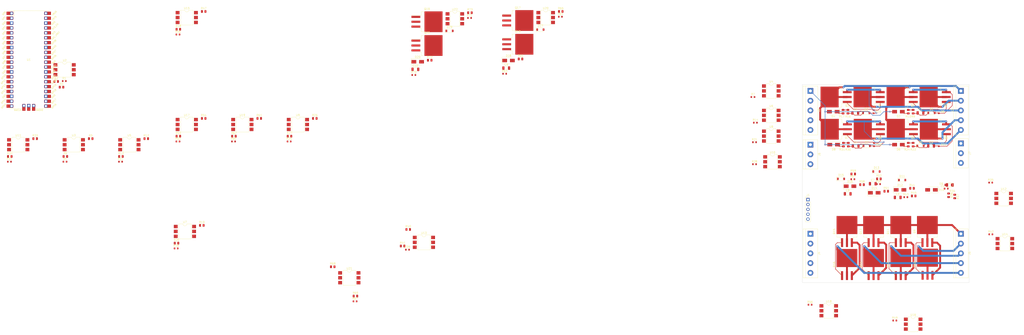
<source format=kicad_pcb>
(kicad_pcb (version 20211014) (generator pcbnew)
  (layers (0 "F.Cu" signal) (31 "B.Cu" signal) (34 "B.Paste" user) (35 "F.Paste" user) (36 "B.SilkS" user "B.Silkscreen") (37 "F.SilkS" user "F.Silkscreen") (38 "B.Mask" user) (39 "F.Mask" user) (44 "Edge.Cuts" user))
  (net 0 "")
  (net 1 "Net-(C2-Pad1)")
  (net 2 "Net-(C2-Pad2)")
  (net 3 "Net-(D4-Pad1)")
  (net 4 "GND")
  (net 5 "+5V")
  (net 6 "Net-(C3-Pad1)")
  (net 7 "Net-(C3-Pad2)")
  (net 8 "Net-(Q1-Pad1)")
  (net 9 "Net-(Q3-Pad1)")
  (net 10 "Net-(R1-Pad1)")
  (net 11 "Net-(C1-Pad1)")
  (net 12 "Net-(C4-Pad1)")
  (net 13 "Net-(C1-Pad2)")
  (net 14 "Net-(C4-Pad2)")
  (net 15 "+3V3")
  (net 16 "Net-(C5-Pad1)")
  (net 17 "Net-(J1-Pad3)")
  (net 18 "Net-(R2-Pad2)")
  (net 19 "Net-(C5-Pad2)")
  (net 20 "Net-(R10-Pad2)")
  (net 21 "Net-(C6-Pad1)")
  (net 22 "Net-(R13-Pad2)")
  (net 33 "Net-(J1-Pad4)")
  (net 34 "Net-(C6-Pad2)")
  (net 35 "Net-(C7-Pad1)")
  (net 36 "Net-(C7-Pad2)")
  (net 37 "Net-(C8-Pad1)")
  (net 38 "Net-(C8-Pad2)")
  (net 39 "Net-(C9-Pad1)")
  (net 40 "Net-(C9-Pad2)")
  (net 41 "Net-(C10-Pad1)")
  (net 42 "Net-(C10-Pad2)")
  (net 46 "Net-(D2-Pad1)")
  (net 47 "Net-(R12-Pad2)")
  (net 48 "/Input 1/NEUT")
  (net 56 "Net-(D6-Pad1)")
  (net 58 "Net-(D8-Pad1)")
  (net 59 "Net-(D10-Pad1)")
  (net 61 "/Input 5/NEUT")
  (net 63 "Net-(D12-Pad1)")
  (net 64 "Net-(D14-Pad1)")
  (net 65 "Net-(D16-Pad1)")
  (net 66 "Net-(D18-Pad1)")
  (net 69 "/Input 10/NEUT")
  (net 70 "Net-(D20-Pad1)")
  (net 71 "/Input 1/INPUT")
  (net 73 "/Input 2/INPUT")
  (net 74 "/Input 3/INPUT")
  (net 75 "/Input 4/INPUT")
  (net 76 "Net-(J1-Pad5)")
  (net 77 "/Output 1/OUTPUT")
  (net 78 "/Output 2/OUTPUT")
  (net 79 "/Output 1/LINE")
  (net 80 "/Output 3/OUTPUT")
  (net 81 "/Output 4/OUTPUT")
  (net 82 "/Input 5/INPUT")
  (net 83 "/Input 6/INPUT")
  (net 84 "/Input 7/INPUT")
  (net 85 "/Input 8/INPUT")
  (net 86 "/Output 5/OUTPUT")
  (net 87 "/Output 7/OUTPUT")
  (net 88 "/Output 5/LINE")
  (net 89 "/Output 6/OUTPUT")
  (net 90 "/Output 8/OUTPUT")
  (net 91 "/Input 9/INPUT")
  (net 92 "/Input 10/INPUT")
  (net 93 "/Output 10/LINE")
  (net 94 "/Output 9/OUTPUT")
  (net 95 "/Output 10/OUTPUT")
  (net 96 "Net-(Q5-Pad1)")
  (net 97 "Net-(Q7-Pad1)")
  (net 98 "Net-(Q10-Pad1)")
  (net 99 "Net-(Q11-Pad1)")
  (net 100 "Net-(Q13-Pad1)")
  (net 101 "Net-(Q15-Pad1)")
  (net 102 "Net-(Q17-Pad1)")
  (net 103 "Net-(Q19-Pad1)")
  (net 104 "Net-(R3-Pad2)")
  (net 105 "/Input 1/RPI")
  (net 106 "Net-(R5-Pad2)")
  (net 107 "Net-(R6-Pad2)")
  (net 108 "Net-(R7-Pad1)")
  (net 109 "/Output 1/RPI")
  (net 110 "/Input 2/RPI")
  (net 111 "Net-(R14-Pad1)")
  (net 112 "/Output 2/RPI")
  (net 113 "Net-(R16-Pad1)")
  (net 114 "/Input 3/RPI")
  (net 115 "Net-(R19-Pad2)")
  (net 116 "Net-(R20-Pad2)")
  (net 117 "Net-(R21-Pad1)")
  (net 118 "/Output 3/RPI")
  (net 119 "Net-(R23-Pad1)")
  (net 120 "/Input 4/RPI")
  (net 121 "Net-(R26-Pad2)")
  (net 122 "Net-(R27-Pad2)")
  (net 123 "Net-(R28-Pad1)")
  (net 124 "/Output 4/RPI")
  (net 125 "Net-(R30-Pad1)")
  (net 126 "/Input 5/RPI")
  (net 127 "Net-(R33-Pad2)")
  (net 128 "Net-(R34-Pad2)")
  (net 129 "Net-(R35-Pad1)")
  (net 130 "/Output 5/RPI")
  (net 131 "Net-(R37-Pad1)")
  (net 132 "/Input 6/RPI")
  (net 133 "Net-(R40-Pad2)")
  (net 134 "Net-(R41-Pad2)")
  (net 135 "Net-(R42-Pad1)")
  (net 136 "/Output 7/RPI")
  (net 137 "Net-(R44-Pad1)")
  (net 138 "/Input 7/RPI")
  (net 139 "Net-(R47-Pad2)")
  (net 140 "Net-(R48-Pad2)")
  (net 141 "Net-(R49-Pad1)")
  (net 142 "/Output 6/RPI")
  (net 143 "Net-(R51-Pad1)")
  (net 144 "/Input 8/RPI")
  (net 145 "Net-(R54-Pad2)")
  (net 146 "Net-(R55-Pad2)")
  (net 147 "Net-(R56-Pad1)")
  (net 148 "/Output 8/RPI")
  (net 149 "Net-(R58-Pad1)")
  (net 150 "/Input 9/RPI")
  (net 151 "Net-(R61-Pad2)")
  (net 152 "Net-(R62-Pad2)")
  (net 153 "Net-(R63-Pad1)")
  (net 154 "/Output 9/RPI")
  (net 155 "Net-(R65-Pad1)")
  (net 156 "/Input 10/RPI")
  (net 157 "Net-(R68-Pad2)")
  (net 158 "Net-(R69-Pad2)")
  (net 159 "Net-(R70-Pad1)")
  (net 160 "/Output 10/RPI")
  (net 161 "Net-(R72-Pad1)")
  (footprint "Resistor_SMD:R_0805_2012Metric" (layer "F.Cu") (at 126.365 96.52)
    (fp_text reference "R59")
    (fp_text value "33KΩ/0.5W")
  )
  (footprint "Package_TO_SOT_SMD:TO-263-3_TabPin2" (layer "F.Cu") (at 123.12 126.45 90)
    (fp_text reference "Q15")
    (fp_text value "IRF830")
  )
  (footprint "Diode_SMD:D_SOD-123" (layer "F.Cu") (at 138.43 95.25)
    (fp_text reference "D13")
    (fp_text value "10V/0.4W")
  )
  (footprint "Resistor_SMD:R_0805_2012Metric" (layer "F.Cu") (at -182.015 67.64)
    (fp_text reference "R61")
    (fp_text value "33KΩ/0.5W")
  )
  (footprint "Diode_SMD:D_SMA" (layer "F.Cu") (at 149.86 64.135 180)
    (fp_text reference "D2")
    (fp_text value "1N4007")
  )
  (footprint "Resistor_SMD:R_0603_1608Metric" (layer "F.Cu") (at 74.295 56.515)
    (fp_text reference "R7")
    (fp_text value "330Ω")
  )
  (footprint "Resistor_SMD:R_0805_2012Metric" (layer "F.Cu") (at 154.94 81.28 90)
    (fp_text reference "R24")
    (fp_text value "33KΩ/0.5W")
  )
  (footprint "Resistor_SMD:R_0805_2012Metric" (layer "F.Cu") (at -287.445 48.43)
    (fp_text reference "R2")
    (fp_text value "33KΩ/0.5W")
  )
  (footprint "TerminalBlock:TerminalBlock_bornier-3_P5.08mm" (layer "F.Cu") (at 182.245 80.645 -90)
    (fp_text reference "J7")
    (fp_text value "Screw_Terminal_01x03")
  )
  (footprint "Capacitor_SMD:C_1206_3216Metric" (layer "F.Cu") (at 136.525 101.6)
    (fp_text reference "C7")
    (fp_text value "2.2uF/63V")
  )
  (footprint "Resistor_SMD:R_0603_1608Metric" (layer "F.Cu") (at -132.28 162.75)
    (fp_text reference "R67")
    (fp_text value "10KΩ")
  )
  (footprint "Capacitor_SMD:C_1206_3216Metric" (layer "F.Cu") (at 176.53 102.235 180)
    (fp_text reference "C5")
    (fp_text value "2.2uF/63V")
  )
  (footprint "Diode_SMD:D_SOD-123" (layer "F.Cu") (at 175.895 102.235 180)
    (fp_text reference "D9")
    (fp_text value "10V/0.4W")
  )
  (footprint "Resistor_SMD:R_0805_2012Metric" (layer "F.Cu") (at -311.525 87.41)
    (fp_text reference "R34")
    (fp_text value "33KΩ/0.5W")
  )
  (footprint "Package_DIP:SMDIP-6_W9.53mm" (layer "F.Cu") (at -278.305 81.31)
    (fp_text reference "U3")
    (fp_text value "H11AA1")
  )
  (footprint "Resistor_SMD:R_0603_1608Metric" (layer "F.Cu") (at 75.565 69.85)
    (fp_text reference "R14")
    (fp_text value "330Ω")
  )
  (footprint "Diode_SMD:D_SMA" (layer "F.Cu") (at 150.66 104.775)
    (fp_text reference "D12")
    (fp_text value "1N4007")
  )
  (footprint "Resistor_SMD:R_0805_2012Metric" (layer "F.Cu") (at 179.07 108.2275 -90)
    (fp_text reference "R37")
    (fp_text value "33KΩ/0.5W")
  )
  (footprint "Resistor_SMD:R_0603_1608Metric" (layer "F.Cu") (at -25.675 14.76)
    (fp_text reference "R64")
    (fp_text value "22KΩ")
  )
  (footprint "Resistor_SMD:R_0603_1608Metric" (layer "F.Cu") (at 197.745 101.01)
    (fp_text reference "R35")
    (fp_text value "330Ω")
  )
  (footprint "Resistor_SMD:R_0805_2012Metric" (layer "F.Cu") (at -224.015 76.89)
    (fp_text reference "R55")
    (fp_text value "33KΩ/0.5W")
  )
  (footprint "Resistor_SMD:R_0805_2012Metric" (layer "F.Cu") (at -46.365 36.73)
    (fp_text reference "R65")
    (fp_text value "33KΩ/0.5W")
  )
  (footprint "Package_TO_SOT_SMD:TO-263-3_TabPin2" (layer "F.Cu") (at 151.06 143.595 90)
    (fp_text reference "Q12")
    (fp_text value "IRF830")
  )
  (footprint "Resistor_SMD:R_0805_2012Metric" (layer "F.Cu") (at 139.7 99.06)
    (fp_text reference "R52")
    (fp_text value "33KΩ/0.5W")
  )
  (footprint "Capacitor_SMD:C_1206_3216Metric" (layer "F.Cu") (at 127.43 64.77)
    (fp_text reference "C2")
    (fp_text value "2.2uF/63V")
  )
  (footprint "Resistor_SMD:R_0603_1608Metric" (layer "F.Cu") (at -101.77 45.06)
    (fp_text reference "R70")
    (fp_text value "330Ω")
  )
  (footprint "Resistor_SMD:R_0805_2012Metric" (layer "F.Cu") (at -210.865 12.03)
    (fp_text reference "R47")
    (fp_text value "33KΩ/0.5W")
  )
  (footprint "Package_DIP:SMDIP-6_W9.53mm" (layer "F.Cu") (at -283.075 42.33)
    (fp_text reference "U2")
    (fp_text value "H11AA1")
  )
  (footprint "Resistor_SMD:R_0603_1608Metric" (layer "F.Cu") (at 197.82 127.915)
    (fp_text reference "R42")
    (fp_text value "330Ω")
  )
  (footprint "Capacitor_SMD:C_1206_3216Metric" (layer "F.Cu") (at 149.46 108.725)
    (fp_text reference "C6")
    (fp_text value "2.2uF/63V")
  )
  (footprint "Resistor_SMD:R_0603_1608Metric" (layer "F.Cu") (at 126.165 99.25)
    (fp_text reference "R57")
    (fp_text value "22KΩ")
  )
  (footprint "Package_DIP:SMDIP-6_W7.62mm" (layer "F.Cu") (at 205.105 132.715)
    (fp_text reference "U14")
    (fp_text value "4N35")
  )
  (footprint "Resistor_SMD:R_0805_2012Metric" (layer "F.Cu") (at -211.825 123.25)
    (fp_text reference "R19")
    (fp_text value "33KΩ/0.5W")
  )
  (footprint "Resistor_SMD:R_0805_2012Metric" (layer "F.Cu") (at -104.68 125.375)
    (fp_text reference "R40")
    (fp_text value "33KΩ/0.5W")
  )
  (footprint "Package_DIP:SMDIP-6_W9.53mm" (layer "F.Cu") (at -249.455 81.31)
    (fp_text reference "U5")
    (fp_text value "H11AA1")
  )
  (footprint "Package_DIP:SMDIP-6_W9.53mm" (layer "F.Cu") (at -135.255 150.495)
    (fp_text reference "U21")
    (fp_text value "H11AA1")
  )
  (footprint "Resistor_SMD:R_0805_2012Metric" (layer "F.Cu") (at 156.89 103.975)
    (fp_text reference "R44")
    (fp_text value "33KΩ/0.5W")
  )
  (footprint "Connector_PinHeader_2.54mm:PinHeader_1x05_P2.54mm_Vertical" (layer "F.Cu") (at 102.87 109.855)
    (fp_text reference "J1")
    (fp_text value "Conn_01x05_Male")
  )
  (footprint "Package_DIP:SMDIP-6_W7.62mm" (layer "F.Cu") (at 113.665 167.64)
    (fp_text reference "U18")
    (fp_text value "4N35")
  )
  (footprint "Package_DIP:SMDIP-6_W9.53mm" (layer "F.Cu") (at -96.52 132.08)
    (fp_text reference "U13")
    (fp_text value "H11AA1")
  )
  (footprint "Diode_SMD:D_SMA" (layer "F.Cu") (at 137.285 106.3)
    (fp_text reference "D14")
    (fp_text value "1N4007")
  )
  (footprint "Resistor_SMD:R_0805_2012Metric" (layer "F.Cu") (at -298.375 78.16)
    (fp_text reference "R33")
    (fp_text value "33KΩ/0.5W")
  )
  (footprint "MCU_RaspberryPi_and_Boards:RPi_Pico_SMD_TH" (layer "F.Cu") (at -301.69 37.115)
    (fp_text reference "U1")
    (fp_text value "Pico")
  )
  (footprint "Package_TO_SOT_SMD:TO-263-3_TabPin2" (layer "F.Cu") (at -47.775 29.08)
    (fp_text reference "Q18")
    (fp_text value "IRF830")
  )
  (footprint "Resistor_SMD:R_0805_2012Metric" (layer "F.Cu") (at 130.93 102.09)
    (fp_text reference "R58")
    (fp_text value "33KΩ/0.5W")
  )
  (footprint "Resistor_SMD:R_0805_2012Metric" (layer "F.Cu") (at -153.165 67.64)
    (fp_text reference "R26")
    (fp_text value "33KΩ/0.5W")
  )
  (footprint "Package_DIP:SMDIP-6_W7.62mm" (layer "F.Cu") (at 84.455 90.17)
    (fp_text reference "U10")
    (fp_text value "4N35")
  )
  (footprint "Package_TO_SOT_SMD:TO-263-3_TabPin2" (layer "F.Cu") (at -94.93 29.73)
    (fp_text reference "Q20")
    (fp_text value "IRF830")
  )
  (footprint "Resistor_SMD:R_0603_1608Metric" (layer "F.Cu") (at -283.235 48.21)
    (fp_text reference "R1")
    (fp_text value "10KΩ")
  )
  (footprint "Resistor_SMD:R_0805_2012Metric" (layer "F.Cu") (at -282.675 87.41)
    (fp_text reference "R6")
    (fp_text value "33KΩ/0.5W")
  )
  (footprint "Package_DIP:SMDIP-6_W9.53mm" (layer "F.Cu") (at -219.645 15.18)
    (fp_text reference "U15")
    (fp_text value "H11AA1")
  )
  (footprint "Package_TO_SOT_SMD:TO-263-3_TabPin2" (layer "F.Cu") (at 136.925 126.45 90)
    (fp_text reference "Q13")
    (fp_text value "IRF830")
  )
  (footprint "Diode_SMD:D_SOD-123" (layer "F.Cu") (at 167.005 64.77)
    (fp_text reference "D1")
    (fp_text value "10V/0.4W")
  )
  (footprint "Diode_SMD:D_SMA" (layer "F.Cu") (at 116 64.135 180)
    (fp_text reference "D4")
    (fp_text value "1N4007")
  )
  (footprint "Resistor_SMD:R_0603_1608Metric" (layer "F.Cu") (at 139.5 101.79)
    (fp_text reference "R50")
    (fp_text value "22KΩ")
  )
  (footprint "Resistor_SMD:R_0603_1608Metric" (layer "F.Cu") (at -282.875 90.14)
    (fp_text reference "R4")
    (fp_text value "10KΩ")
  )
  (footprint "Resistor_SMD:R_0603_1608Metric" (layer "F.Cu") (at -105.0525 135.89)
    (fp_text reference "R39")
    (fp_text value "10KΩ")
  )
  (footprint "Diode_SMD:D_SOD-123" (layer "F.Cu") (at 161.29 81.915)
    (fp_text reference "D5")
    (fp_text value "10V/0.4W")
  )
  (footprint "Capacitor_SMD:C_1206_3216Metric" (layer "F.Cu") (at 161.29 64.77)
    (fp_text reference "C1")
    (fp_text value "2.2uF/63V")
  )
  (footprint "Package_TO_SOT_SMD:TO-263-3_TabPin2" (layer "F.Cu") (at 151.765 56.515 180)
    (fp_text reference "Q1")
    (fp_text value "IRF830")
  )
  (footprint "Package_TO_SOT_SMD:TO-263-3_TabPin2" (layer "F.Cu") (at -47.775 16.73)
    (fp_text reference "Q17")
    (fp_text value "IRF830")
  )
  (footprint "Capacitor_SMD:C_1206_3216Metric" (layer "F.Cu") (at 166.8 81.915)
    (fp_text reference "C3")
    (fp_text value "2.2uF/63V")
  )
  (footprint "Resistor_SMD:R_0805_2012Metric" (layer "F.Cu") (at -240.675 78.16)
    (fp_text reference "R12")
    (fp_text value "33KΩ/0.5W")
  )
  (footprint "Resistor_SMD:R_0603_1608Metric" (layer "F.Cu") (at -311.725 90.14)
    (fp_text reference "R32")
    (fp_text value "10KΩ")
  )
  (footprint "Resistor_SMD:R_0805_2012Metric" (layer "F.Cu") (at -195.165 76.89)
    (fp_text reference "R62")
    (fp_text value "33KΩ/0.5W")
  )
  (footprint "Resistor_SMD:R_0603_1608Metric" (layer "F.Cu") (at -224.215 24.01)
    (fp_text reference "R46")
    (fp_text value "10KΩ")
  )
  (footprint "Resistor_SMD:R_0603_1608Metric" (layer "F.Cu") (at 136.955 64.135 -90)
    (fp_text reference "R15")
    (fp_text value "22KΩ")
  )
  (footprint "TerminalBlock:TerminalBlock_bornier-5_P5.08mm" (layer "F.Cu") (at 182.245 53.34 -90)
    (fp_text reference "J3")
    (fp_text value "Screw_Terminal_01x05")
  )
  (footprint "Package_DIP:SMDIP-6_W7.62mm" (layer "F.Cu") (at 83.82 53.34)
    (fp_text reference "U4")
    (fp_text value "4N35")
  )
  (footprint "Resistor_SMD:R_0805_2012Metric" (layer "F.Cu") (at -269.525 78.16)
    (fp_text reference "R5")
    (fp_text value "33KΩ/0.5W")
  )
  (footprint "Resistor_SMD:R_0603_1608Metric" (layer "F.Cu") (at 137.16 81.28 -90)
    (fp_text reference "R29")
    (fp_text value "22KΩ")
  )
  (footprint "Capacitor_SMD:C_1206_3216Metric" (layer "F.Cu") (at 123.5 106.84)
    (fp_text reference "C8")
    (fp_text value "2.2uF/63V")
  )
  (footprint "Resistor_SMD:R_0805_2012Metric" (layer "F.Cu") (at 121.285 81.28 90)
    (fp_text reference "R31")
    (fp_text value "33KΩ/0.5W")
  )
  (footprint "Diode_SMD:D_SMA" (layer "F.Cu") (at -52.595 37.53)
    (fp_text reference "D18")
    (fp_text value "1N4007")
  )
  (footprint "Package_TO_SOT_SMD:TO-263-3_TabPin2" (layer "F.Cu") (at 123.12 143.595 90)
    (fp_text reference "Q16")
    (fp_text value "IRF830")
  )
  (footprint "Resistor_SMD:R_0805_2012Metric" (layer "F.Cu") (at -224.015 21.28)
    (fp_text reference "R48")
    (fp_text value "33KΩ/0.5W")
  )
  (footprint "Resistor_SMD:R_0603_1608Metric" (layer "F.Cu") (at -195.365 79.62)
    (fp_text reference "R60")
    (fp_text value "10KΩ")
  )
  (footprint "Package_TO_SOT_SMD:TO-263-3_TabPin2" (layer "F.Cu") (at 151.85 73.26 180)
    (fp_text reference "Q5")
    (fp_text value "IRF830")
  )
  (footprint "Package_DIP:SMDIP-6_W9.53mm" (layer "F.Cu") (at -220.605 126.4)
    (fp_text reference "U7")
    (fp_text value "H11AA1")
  )
  (footprint "Package_DIP:SMDIP-6_W9.53mm" (layer "F.Cu") (at -161.945 70.79)
    (fp_text reference "U9")
    (fp_text value "H11AA1")
  )
  (footprint "Capacitor_SMD:C_1206_3216Metric" (layer "F.Cu") (at -53.795 41.48)
    (fp_text reference "C9")
    (fp_text value "2.2uF/63V")
  )
  (footprint "Package_DIP:SMDIP-6_W7.62mm" (layer "F.Cu") (at -33.305 15.18)
    (fp_text reference "U20")
    (fp_text value "4N35")
  )
  (footprint "TerminalBlock:TerminalBlock_bornier-5_P5.08mm" (layer "F.Cu") (at 182.245 127.635 -90)
    (fp_text reference "J5")
    (fp_text value "Screw_Terminal_01x05")
  )
  (footprint "Diode_SMD:D_SOD-123" (layer "F.Cu") (at 133.35 81.915)
    (fp_text reference "D7")
    (fp_text value "10V/0.4W")
  )
  (footprint "Package_TO_SOT_SMD:TO-263-3_TabPin2" (layer "F.Cu") (at 168.995 73.26 180)
    (fp_text reference "Q6")
    (fp_text value "IRF830")
  )
  (footprint "Resistor_SMD:R_0603_1608Metric" (layer "F.Cu") (at 174.625 104.14)
    (fp_text reference "R36")
    (fp_text value "22KΩ")
  )
  (footprint "Package_DIP:SMDIP-6_W7.62mm" (layer "F.Cu") (at -80.46 15.83)
    (fp_text reference "U22")
    (fp_text value "4N35")
  )
  (footprint "Diode_SMD:D_SOD-123" (layer "F.Cu") (at -83.21 22.13)
    (fp_text reference "D19")
    (fp_text value "10V/0.4W")
  )
  (footprint "Diode_SMD:D_SMA" (layer "F.Cu") (at -99.75 38.18)
    (fp_text reference "D20")
    (fp_text value "1N4007")
  )
  (footprint "Resistor_SMD:R_0805_2012Metric" (layer "F.Cu") (at -93.52 37.38)
    (fp_text reference "R72")
    (fp_text value "33KΩ/0.5W")
  )
  (footprint "Resistor_SMD:R_0603_1608Metric" (layer "F.Cu") (at -224.215 79.62)
    (fp_text reference "R53")
    (fp_text value "10KΩ")
  )
  (footprint "Diode_SMD:D_SMA" (layer "F.Cu") (at 167.005 104.775 180)
    (fp_text reference "D10")
    (fp_text value "1N4007")
  )
  (footprint "Package_DIP:SMDIP-6_W7.62mm" (layer "F.Cu") (at 157.48 174.625)
    (fp_text reference "U16")
    (fp_text value "4N35")
  )
  (footprint "Resistor_SMD:R_0805_2012Metric" (layer "F.Cu") (at -210.865 67.64)
    (fp_text reference "R54")
    (fp_text value "33KΩ/0.5W")
  )
  (footprint "Resistor_SMD:R_0805_2012Metric" (layer "F.Cu") (at 175.895 107.5925 -90)
    (fp_text reference "R38")
    (fp_text value "33KΩ/0.5W")
  )
  (footprint "Resistor_SMD:R_0603_1608Metric" (layer "F.Cu") (at 75.12 91.44)
    (fp_text reference "R28")
    (fp_text value "330Ω")
  )
  (footprint "Resistor_SMD:R_0805_2012Metric" (layer "F.Cu") (at -143.8675 144.78)
    (fp_text reference "R68")
    (fp_text value "33KΩ/0.5W")
  )
  (footprint "Resistor_SMD:R_0603_1608Metric" (layer "F.Cu") (at -72.83 15.41)
    (fp_text reference "R71")
    (fp_text value "22KΩ")
  )
  (footprint "Package_DIP:SMDIP-6_W9.53mm" (layer "F.Cu") (at -307.155 81.31)
    (fp_text reference "U11")
    (fp_text value "H11AA1")
  )
  (footprint "Package_DIP:SMDIP-6_W7.62mm" (layer "F.Cu") (at 83.82 66.04)
    (fp_text reference "U6")
    (fp_text value "4N35")
  )
  (footprint "Diode_SMD:D_SOD-123" (layer "F.Cu") (at 151.765 99.695)
    (fp_text reference "D11")
    (fp_text value "10V/0.4W")
  )
  (footprint "Resistor_SMD:R_0805_2012Metric" (layer "F.Cu") (at -224.975 132.5)
    (fp_text reference "R20")
    (fp_text value "33KΩ/0.5W")
  )
  (footprint "Resistor_SMD:R_0805_2012Metric" (layer "F.Cu") (at -284.675 51.38)
    (fp_text reference "R3")
    (fp_text value "33KΩ/0.5W")
  )
  (footprint "TerminalBlock:TerminalBlock_bornier-3_P5.08mm" (layer "F.Cu") (at 104.14 81.28 -90)
    (fp_text reference "J6")
    (fp_text value "Screw_Terminal_01x03")
  )
  (footprint "Resistor_SMD:R_0603_1608Metric" (layer "F.Cu") (at 103.955 164.51)
    (fp_text reference "R56")
    (fp_text value "330Ω")
  )
  (footprint "Resistor_SMD:R_0805_2012Metric" (layer "F.Cu") (at 157.48 81.28 -90)
    (fp_text reference "R23")
    (fp_text value "33KΩ/0.5W")
  )
  (footprint "Diode_SMD:D_SMA" (layer "F.Cu") (at 116.205 81.28 180)
    (fp_text reference "D8")
    (fp_text value "1N4007")
  )
  (footprint "Resistor_SMD:R_0805_2012Metric" (layer "F.Cu") (at 154.94 64.135 90)
    (fp_text reference "R10")
    (fp_text value "33KΩ/0.5W")
  )
  (footprint "TerminalBlock:TerminalBlock_bornier-5_P5.08mm" (layer "F.Cu") (at 104.14 53.34 -90)
    (fp_text reference "J2")
    (fp_text value "Screw_Terminal_01x05")
  )
  (footprint "Resistor_SMD:R_0603_1608Metric" (layer "F.Cu") (at 170.815 81.28 -90)
    (fp_text reference "R22")
    (fp_text value "22KΩ")
  )
  (footprint "Resistor_SMD:R_0603_1608Metric" (layer "F.Cu") (at -254.025 90.14)
    (fp_text reference "R11")
    (fp_text value "10KΩ")
  )
  (footprint "Package_TO_SOT_SMD:TO-263-3_TabPin2" (layer "F.Cu") (at 164.865 126.45 90)
    (fp_text reference "Q9")
    (fp_text value "IRF830")
  )
  (footprint "Resistor_SMD:R_0805_2012Metric" (layer "F.Cu") (at -166.315 76.89)
    (fp_text reference "R27")
    (fp_text value "33KΩ/0.5W")
  )
  (footprint "Resistor_SMD:R_0805_2012Metric" (layer "F.Cu") (at -107.5925 133.985)
    (fp_text reference "R41")
    (fp_text value "33KΩ/0.5W")
  )
  (footprint "Resistor_SMD:R_0805_2012Metric" (layer "F.Cu") (at 157.7575 107.95)
    (fp_text reference "R45")
    (fp_text value "33KΩ/0.5W")
  )
  (footprint "TerminalBlock:TerminalBlock_bornier-5_P5.08mm" (layer "F.Cu") (at 104.14 127.635 -90)
    (fp_text reference "J4")
    (fp_text value "Screw_Terminal_01x05")
  )
  (footprint "Resistor_SMD:R_0805_2012Metric" (layer "F.Cu") (at -25.475 12.03)
    (fp_text reference "R66")
    (fp_text value "33KΩ/0.5W")
  )
  (footprint "Diode_SMD:D_SMA" (layer "F.Cu") (at 124.7 102.89)
    (fp_text reference "D16")
    (fp_text value "1N4007")
  )
  (footprint "Resistor_SMD:R_0603_1608Metric" (layer "F.Cu") (at 170.815 64.135 -90)
    (fp_text reference "R8")
    (fp_text value "22KΩ")
  )
  (footprint "Resistor_SMD:R_0805_2012Metric" (layer "F.Cu") (at 143.515 105.5)
    (fp_text reference "R51")
    (fp_text value "33KΩ/0.5W")
  )
  (footprint "Resistor_SMD:R_0603_1608Metric" (layer "F.Cu") (at -225.175 135.23)
    (fp_text reference "R18")
    (fp_text value "10KΩ")
  )
  (footprint "Package_TO_SOT_SMD:TO-263-3_TabPin2" (layer "F.Cu") (at 136.925 143.595 90)
    (fp_text reference "Q14")
    (fp_text value "IRF830")
  )
  (footprint "Resistor_SMD:R_0603_1608Metric" (layer "F.Cu") (at 75.12 80.01)
    (fp_text reference "R21")
    (fp_text value "330Ω")
  )
  (footprint "Capacitor_SMD:C_1206_3216Metric" (layer "F.Cu") (at -100.95 42.13)
    (fp_text reference "C10")
    (fp_text value "2.2uF/63V")
  )
  (footprint "Capacitor_SMD:C_1206_3216Metric" (layer "F.Cu") (at 127.635 81.915)
    (fp_text reference "C4")
    (fp_text value "2.2uF/63V")
  )
  (footprint "Package_TO_SOT_SMD:TO-263-3_TabPin2" (layer "F.Cu") (at 117.475 56.515 180)
    (fp_text reference "Q3")
    (fp_text value "IRF830")
  )
  (footprint "Package_TO_SOT_SMD:TO-263-3_TabPin2" (layer "F.Cu") (at 117.56 73.26 180)
    (fp_text reference "Q7")
    (fp_text value "IRF830")
  )
  (footprint "Package_TO_SOT_SMD:TO-263-3_TabPin2" (layer "F.Cu") (at -94.93 17.38)
    (fp_text reference "Q19")
    (fp_text value "IRF830")
  )
  (footprint "Package_TO_SOT_SMD:TO-263-3_TabPin2" (layer "F.Cu") (at 134.62 56.515 180)
    (fp_text reference "Q4")
    (fp_text value "IRF830")
  )
  (footprint "Package_DIP:SMDIP-6_W7.62mm" (layer "F.Cu") (at 204.47 109.22)
    (fp_text reference "U12")
    (fp_text value "4N35")
  )
  (footprint "Package_DIP:SMDIP-6_W9.53mm" (layer "F.Cu") (at -219.645 70.79)
    (fp_text reference "U17")
    (fp_text value "H11AA1")
  )
  (footprint "Package_TO_SOT_SMD:TO-263-3_TabPin2" (layer "F.Cu") (at 151.06 126.45 90)
    (fp_text reference "Q11")
    (fp_text value "IRF830")
  )
  (footprint "Diode_SMD:D_SOD-123" (layer "F.Cu") (at 133.145 64.77)
    (fp_text reference "D3")
    (fp_text value "10V/0.4W")
  )
  (footprint "Resistor_SMD:R_0805_2012Metric" (layer "F.Cu") (at 157.48 64.135 -90)
    (fp_text reference "R9")
    (fp_text value "33KΩ/0.5W")
  )
  (footprint "Resistor_SMD:R_0603_1608Metric" (layer "F.Cu") (at -54.615 44.41)
    (fp_text reference "R63")
    (fp_text value "330Ω")
  )
  (footprint "Resistor_SMD:R_0603_1608Metric" (layer "F.Cu") (at -166.515 79.62)
    (fp_text reference "R25")
    (fp_text value "10KΩ")
  )
  (footprint "Package_TO_SOT_SMD:TO-263-3_TabPin2" (layer "F.Cu") (at 134.705 73.26 180)
    (fp_text reference "Q8")
    (fp_text value "IRF830")
  )
  (footprint "Package_TO_SOT_SMD:TO-263-3_TabPin2" (layer "F.Cu") (at 168.91 56.515 180)
    (fp_text reference "Q2")
    (fp_text value "IRF830")
  )
  (footprint "Resistor_SMD:R_0805_2012Metric" (layer "F.Cu") (at 123.62 64.135 -90)
    (fp_text reference "R16")
    (fp_text value "33KΩ/0.5W")
  )
  (footprint "Package_DIP:SMDIP-6_W9.53mm" (layer "F.Cu") (at -190.795 70.79)
    (fp_text reference "U19")
    (fp_text value "H11AA1")
  )
  (footprint "Resistor_SMD:R_0805_2012Metric" (layer "F.Cu") (at -72.63 12.68)
    (fp_text reference "R73")
    (fp_text value "33KΩ/0.5W")
  )
  (footprint "Resistor_SMD:R_0805_2012Metric" (layer "F.Cu") (at -253.825 87.41)
    (fp_text reference "R13")
    (fp_text value "33KΩ/0.5W")
  )
  (footprint "Resistor_SMD:R_0805_2012Metric" (layer "F.Cu") (at 123.825 81.28 -90)
    (fp_text reference "R30")
    (fp_text value "33KΩ/0.5W")
  )
  (footprint "Resistor_SMD:R_0603_1608Metric" (layer "F.Cu") (at 147.955 172.72)
    (fp_text reference "R49")
    (fp_text value "330Ω")
  )
  (footprint "Diode_SMD:D_SOD-123" (layer "F.Cu") (at -36.055 21.48)
    (fp_text reference "D17")
    (fp_text value "10V/0.4W")
  )
  (footprint "Resistor_SMD:R_0805_2012Metric" (layer "F.Cu") (at 121.08 64.135 90)
    (fp_text reference "R17")
    (fp_text value "33KΩ/0.5W")
  )
  (footprint "Package_DIP:SMDIP-6_W7.62mm" (layer "F.Cu") (at 83.82 76.835)
    (fp_text reference "U8")
    (fp_text value "4N35")
  )
  (footprint "Diode_SMD:D_SOD-123" (layer "F.Cu") (at 120.015 99.06)
    (fp_text reference "D15")
    (fp_text value "10V/0.4W")
  )
  (footprint "Resistor_SMD:R_0603_1608Metric" (layer "F.Cu") (at 153.67 108.585)
    (fp_text reference "R43")
    (fp_text value "22KΩ")
  )
  (footprint "Diode_SMD:D_SMA" (layer "F.Cu") (at 149.86 81.28 180)
    (fp_text reference "D6")
    (fp_text value "1N4007")
  )
  (footprint "Resistor_SMD:R_0805_2012Metric" (layer "F.Cu") (at -132.08 160.02)
    (fp_text reference "R69")
    (fp_text value "33KΩ/0.5W")
  )
  (footprint "Package_TO_SOT_SMD:TO-263-3_TabPin2" (layer "F.Cu") (at 164.945 143.445 90)
    (fp_text reference "Q10")
    (fp_text value "IRF830")
  )
  (gr_line locked (start 100 50) (end 186.5 50) (layer "Edge.Cuts") (width 0.1))
  (gr_line locked (start 100 153) (end 100 50) (layer "Edge.Cuts") (width 0.1))
  (gr_line locked (start 186.5 153) (end 186.5 50) (layer "Edge.Cuts") (width 0.1))
  (gr_line locked (start 100 153) (end 186.5 153) (layer "Edge.Cuts") (width 0.1))
  (segment (start 125.955 64.77) (end 127.17952 65.99452) (width 0.25) (layer "F.Cu") (net 1))
  (segment (start 123.62 65.0475) (end 125.6775 65.0475) (width 0.25) (layer "F.Cu") (net 1))
  (segment (start 127.17952 65.99452) (end 130.27048 65.99452) (width 0.25) (layer "F.Cu") (net 1))
  (segment (start 125.6775 65.0475) (end 125.955 64.77) (width 0.25) (layer "F.Cu") (net 1))
  (segment (start 130.27048 65.99452) (end 131.495 64.77) (width 0.25) (layer "F.Cu") (net 1))
  (segment (start 123.19 52.705) (end 123.19 53.915) (width 1) (layer "F.Cu") (net 2))
  (segment (start 136.955 64.96) (end 134.985 64.96) (width 0.25) (layer "F.Cu") (net 2))
  (segment (start 134.795 64.77) (end 133.870489 63.845489) (width 0.25) (layer "F.Cu") (net 2))
  (segment (start 129.829511 63.845489) (end 128.905 64.77) (width 0.25) (layer "F.Cu") (net 2))
  (segment (start 140.335 53.915) (end 140.395 53.975) (width 1) (layer "F.Cu") (net 2))
  (segment (start 133.870489 63.845489) (end 129.829511 63.845489) (width 0.25) (layer "F.Cu") (net 2))
  (segment (start 123.19 53.915) (end 123.25 53.975) (width 1) (layer "F.Cu") (net 2))
  (segment (start 140.335 52.705) (end 140.335 53.915) (width 1) (layer "F.Cu") (net 2))
  (segment (start 138.24 64.96) (end 138.43 64.77) (width 0.25) (layer "F.Cu") (net 2))
  (segment (start 134.985 64.96) (end 134.795 64.77) (width 0.25) (layer "F.Cu") (net 2))
  (segment (start 136.955 64.96) (end 138.24 64.96) (width 0.25) (layer "F.Cu") (net 2))
  (via (at 123.19 52.705) (size 0.8) (drill 0.4) (layers "F.Cu" "B.Cu") (net 2))
  (via (at 140.335 52.705) (size 0.8) (drill 0.4) (layers "F.Cu" "B.Cu") (net 2))
  (via (at 138.43 64.77) (size 0.8) (drill 0.4) (layers "F.Cu" "B.Cu") (net 2))
  (segment (start 134.62 60.96) (end 134.62 52.705) (width 0.25) (layer "B.Cu") (net 2))
  (segment (start 138.43 64.77) (end 134.62 60.96) (width 0.25) (layer "B.Cu") (net 2))
  (segment (start 140.335 52.705) (end 134.62 52.705) (width 1) (layer "B.Cu") (net 2))
  (segment (start 134.62 52.705) (end 123.19 52.705) (width 1) (layer "B.Cu") (net 2))
  (segment (start 118.8975 65.0475) (end 118 64.15) (width 0.25) (layer "F.Cu") (net 3))
  (segment (start 118 64.15) (end 118 64.135) (width 0.25) (layer "F.Cu") (net 3))
  (segment (start 121.08 65.0475) (end 118.8975 65.0475) (width 0.25) (layer "F.Cu") (net 3))
  (segment (start 160.564511 82.839511) (end 159.64 81.915) (width 0.25) (layer "F.Cu") (net 6))
  (segment (start 157.48 82.1925) (end 159.3625 82.1925) (width 0.25) (layer "F.Cu") (net 6))
  (segment (start 165.325 81.915) (end 164.400489 82.839511) (width 0.25) (layer "F.Cu") (net 6))
  (segment (start 164.400489 82.839511) (end 160.564511 82.839511) (width 0.25) (layer "F.Cu") (net 6))
  (segment (start 159.3625 82.1925) (end 159.64 81.915) (width 0.25) (layer "F.Cu") (net 6))
  (segment (start 157.48 69.215) (end 157.48 70.575) (width 1) (layer "F.Cu") (net 7))
  (segment (start 164.16452 80.69048) (end 162.94 81.915) (width 0.25) (layer "F.Cu") (net 7))
  (segment (start 168.275 81.915) (end 170.625 81.915) (width 0.25) (layer "F.Cu") (net 7))
  (segment (start 157.625 69.36) (end 157.48 69.215) (width 0.25) (layer "F.Cu") (net 7))
  (segment (start 157.48 70.575) (end 157.625 70.72) (width 0.25) (layer "F.Cu") (net 7))
  (segment (start 174.625 70.575) (end 174.77 70.72) (width 0.25) (layer "F.Cu") (net 7))
  (segment (start 167.05048 80.69048) (end 164.16452 80.69048) (width 0.25) (layer "F.Cu") (net 7))
  (segment (start 175.07 82.105) (end 170.815 82.105) (width 0.25) (layer "F.Cu") (net 7))
  (segment (start 177.8 71.755) (end 177.8 79.375) (width 0.25) (layer "F.Cu") (net 7))
  (segment (start 177.8 79.375) (end 175.07 82.105) (width 0.25) (layer "F.Cu") (net 7))
  (segment (start 170.625 81.915) (end 170.815 82.105) (width 0.25) (layer "F.Cu") (net 7))
  (segment (start 174.625 70.575) (end 176.62 70.575) (width 0.25) (layer "F.Cu") (net 7))
  (segment (start 174.77 70.72) (end 176.765 70.72) (width 0.25) (layer "F.Cu") (net 7))
  (segment (start 176.765 70.72) (end 177.8 71.755) (width 0.25) (layer "F.Cu") (net 7))
  (segment (start 174.625 69.215) (end 174.625 70.575) (width 1) (layer "F.Cu") (net 7))
  (segment (start 168.275 81.915) (end 167.05048 80.69048) (width 0.25) (layer "F.Cu") (net 7))
  (via (at 174.625 69.215) (size 0.8) (drill 0.4) (layers "F.Cu" "B.Cu") (net 7))
  (via (at 157.48 69.215) (size 0.8) (drill 0.4) (layers "F.Cu" "B.Cu") (net 7))
  (segment (start 157.48 69.215) (end 174.625 69.215) (width 1) (layer "B.Cu") (net 7))
  (segment (start 174.685 62.615) (end 174.685 59.055) (width 0.25) (layer "F.Cu") (net 8))
  (segment (start 157.54 59.75) (end 157.54 59.055) (width 0.25) (layer "F.Cu") (net 8))
  (segment (start 173.99 63.31) (end 174.685 62.615) (width 0.25) (layer "F.Cu") (net 8))
  (segment (start 173.99 63.31) (end 170.815 63.31) (width 0.25) (layer "F.Cu") (net 8))
  (segment (start 170.37 62.865) (end 160.655 62.865) (width 0.25) (layer "F.Cu") (net 8))
  (segment (start 170.815 63.31) (end 170.37 62.865) (width 0.25) (layer "F.Cu") (net 8))
  (segment (start 160.655 62.865) (end 157.54 59.75) (width 0.25) (layer "F.Cu") (net 8))
  (segment (start 136.32 62.865) (end 126.365 62.865) (width 0.25) (layer "F.Cu") (net 9))
  (segment (start 136.955 63.31) (end 136.765 63.31) (width 0.25) (layer "F.Cu") (net 9))
  (segment (start 126.365 62.865) (end 123.25 59.75) (width 0.25) (layer "F.Cu") (net 9))
  (segment (start 123.25 59.75) (end 123.25 59.055) (width 0.25) (layer "F.Cu") (net 9))
  (segment (start 140.395 62.17) (end 139.255 63.31) (width 0.25) (layer "F.Cu") (net 9))
  (segment (start 140.395 59.055) (end 140.395 62.17) (width 0.25) (layer "F.Cu") (net 9))
  (segment (start 136.765 63.31) (end 136.32 62.865) (width 0.25) (layer "F.Cu") (net 9))
  (segment (start 139.255 63.31) (end 136.955 63.31) (width 0.25) (layer "F.Cu") (net 9))
  (segment (start 164.13048 65.99452) (end 161.03952 65.99452) (width 0.25) (layer "F.Cu") (net 11))
  (segment (start 157.48 65.0475) (end 159.5375 65.0475) (width 0.25) (layer "F.Cu") (net 11))
  (segment (start 159.5375 65.0475) (end 159.815 64.77) (width 0.25) (layer "F.Cu") (net 11))
  (segment (start 157.7575 64.77) (end 157.48 65.0475) (width 0.25) (layer "F.Cu") (net 11))
  (segment (start 161.03952 65.99452) (end 159.815 64.77) (width 0.25) (layer "F.Cu") (net 11))
  (segment (start 165.355 64.77) (end 164.13048 65.99452) (width 0.25) (layer "F.Cu") (net 11))
  (segment (start 130.47548 83.13952) (end 127.38452 83.13952) (width 0.25) (layer "F.Cu") (net 12))
  (segment (start 123.825 82.1925) (end 125.8825 82.1925) (width 0.25) (layer "F.Cu") (net 12))
  (segment (start 125.8825 82.1925) (end 126.16 81.915) (width 0.25) (layer "F.Cu") (net 12))
  (segment (start 131.7 81.915) (end 130.47548 83.13952) (width 0.25) (layer "F.Cu") (net 12))
  (segment (start 127.38452 83.13952) (end 126.16 81.915) (width 0.25) (layer "F.Cu") (net 12))
  (segment (start 173.8 64.96) (end 170.815 64.96) (width 0.25) (layer "F.Cu") (net 13))
  (segment (start 157.48 52.705) (end 157.48 53.915) (width 1) (layer "F.Cu") (net 13))
  (segment (start 176.53 53.975) (end 174.685 53.975) (width 0.25) (layer "F.Cu") (net 13))
  (segment (start 167.730489 63.845489) (end 163.689511 63.845489) (width 0.25) (layer "F.Cu") (net 13))
  (segment (start 168.655 64.77) (end 170.625 64.77) (width 0.25) (layer "F.Cu") (net 13))
  (segment (start 170.625 64.77) (end 170.815 64.96) (width 0.25) (layer "F.Cu") (net 13))
  (segment (start 163.689511 63.845489) (end 162.765 64.77) (width 0.25) (layer "F.Cu") (net 13))
  (segment (start 177.8 60.96) (end 177.8 55.245) (width 0.25) (layer "F.Cu") (net 13))
  (segment (start 168.655 64.77) (end 167.730489 63.845489) (width 0.25) (layer "F.Cu") (net 13))
  (segment (start 157.48 53.915) (end 157.54 53.975) (width 1) (layer "F.Cu") (net 13))
  (segment (start 174.625 52.705) (end 174.625 53.915) (width 1) (layer "F.Cu") (net 13))
  (segment (start 173.8 64.96) (end 177.8 60.96) (width 0.25) (layer "F.Cu") (net 13))
  (segment (start 177.8 55.245) (end 176.53 53.975) (width 0.25) (layer "F.Cu") (net 13))
  (segment (start 174.625 53.915) (end 174.685 53.975) (width 1) (layer "F.Cu") (net 13))
  (via (at 174.625 52.705) (size 0.8) (drill 0.4) (layers "F.Cu" "B.Cu") (net 13))
  (via (at 157.48 52.705) (size 0.8) (drill 0.4) (layers "F.Cu" "B.Cu") (net 13))
  (segment (start 174.625 52.705) (end 157.48 52.705) (width 1) (layer "B.Cu") (net 13))
  (segment (start 136.97 81.915) (end 137.16 82.105) (width 0.25) (layer "F.Cu") (net 14))
  (segment (start 134.075489 80.990489) (end 130.034511 80.990489) (width 0.25) (layer "F.Cu") (net 14))
  (segment (start 135 81.915) (end 136.97 81.915) (width 0.25) (layer "F.Cu") (net 14))
  (segment (start 123.19 69.215) (end 123.19 70.575) (width 1) (layer "F.Cu") (net 14))
  (segment (start 123.19 70.575) (end 123.335 70.72) (width 0.25) (layer "F.Cu") (net 14))
  (segment (start 135 81.915) (end 134.075489 80.990489) (width 0.25) (layer "F.Cu") (net 14))
  (segment (start 140.335 70.575) (end 140.48 70.72) (width 0.25) (layer "F.Cu") (net 14))
  (segment (start 123.335 69.36) (end 123.19 69.215) (width 0.25) (layer "F.Cu") (net 14))
  (segment (start 130.034511 80.990489) (end 129.11 81.915) (width 0.25) (layer "F.Cu") (net 14))
  (segment (start 140.335 69.215) (end 140.335 70.575) (width 1) (layer "F.Cu") (net 14))
  (segment (start 137.16 82.105) (end 140.145 82.105) (width 0.25) (layer "F.Cu") (net 14))
  (segment (start 140.145 82.105) (end 142.24 80.01) (width 0.25) (layer "F.Cu") (net 14))
  (via (at 142.24 80.01) (size 0.8) (drill 0.4) (layers "F.Cu" "B.Cu") (net 14))
  (via (at 123.19 69.215) (size 0.8) (drill 0.4) (layers "F.Cu" "B.Cu") (net 14))
  (via (at 140.335 69.215) (size 0.8) (drill 0.4) (layers "F.Cu" "B.Cu") (net 14))
  (segment (start 132.08 74.295) (end 132.08 69.215) (width 0.25) (layer "B.Cu") (net 14))
  (segment (start 142.24 80.01) (end 137.795 80.01) (width 0.25) (layer "B.Cu") (net 14))
  (segment (start 137.795 80.01) (end 132.08 74.295) (width 0.25) (layer "B.Cu") (net 14))
  (segment (start 132.08 69.215) (end 140.335 69.215) (width 1) (layer "B.Cu") (net 14))
  (segment (start 123.19 69.215) (end 132.08 69.215) (width 1) (layer "B.Cu") (net 14))
  (segment (start 171.4825 133.8525) (end 169.855 132.225) (width 1) (layer "F.Cu") (net 19))
  (segment (start 169.855 132.225) (end 167.405 132.225) (width 1) (layer "F.Cu") (net 19))
  (segment (start 167.485 149.22) (end 171.4825 145.2225) (width 1) (layer "F.Cu") (net 19))
  (segment (start 171.4825 145.2225) (end 171.4825 133.8525) (width 1) (layer "F.Cu") (net 19))
  (segment (start 157.48 63.2225) (end 154.94 63.2225) (width 0.25) (layer "F.Cu") (net 20))
  (segment (start 156.355 132.225) (end 153.6 132.225) (width 1) (layer "F.Cu") (net 34))
  (segment (start 157.645 145.325) (end 157.645 133.515) (width 1) (layer "F.Cu") (net 34))
  (segment (start 157.645 133.515) (end 156.355 132.225) (width 1) (layer "F.Cu") (net 34))
  (segment (start 153.6 149.37) (end 157.645 145.325) (width 1) (layer "F.Cu") (net 34))
  (segment (start 142.385 132.225) (end 139.465 132.225) (width 1) (layer "F.Cu") (net 36))
  (segment (start 143.48548 133.32548) (end 142.385 132.225) (width 1) (layer "F.Cu") (net 36))
  (segment (start 143.48548 145.34952) (end 143.48548 133.32548) (width 1) (layer "F.Cu") (net 36))
  (segment (start 139.465 149.37) (end 143.48548 145.34952) (width 1) (layer "F.Cu") (net 36))
  (segment (start 128.36596 132.225) (end 125.66 132.225) (width 1) (layer "F.Cu") (net 38))
  (segment (start 129.68048 133.53952) (end 128.36596 132.225) (width 1) (layer "F.Cu") (net 38))
  (segment (start 125.66 149.37) (end 129.68048 145.34952) (width 1) (layer "F.Cu") (net 38))
  (segment (start 129.68048 145.34952) (end 129.68048 133.53952) (width 1) (layer "F.Cu") (net 38))
  (segment (start 154.94 65.0475) (end 152.7725 65.0475) (width 0.25) (layer "F.Cu") (net 46))
  (segment (start 152.7725 65.0475) (end 151.86 64.135) (width 0.25) (layer "F.Cu") (net 46))
  (segment (start 147.86 81.28) (end 145.415 81.28) (width 0.25) (layer "F.Cu") (net 48))
  (segment (start 147.86 64.135) (end 145.415 64.135) (width 0.25) (layer "F.Cu") (net 48))
  (segment (start 111.76 64.135) (end 114 64.135) (width 0.25) (layer "F.Cu") (net 48))
  (segment (start 111.76 81.28) (end 114.205 81.28) (width 0.25) (layer "F.Cu") (net 48))
  (via (at 111.76 64.135) (size 0.8) (drill 0.4) (layers "F.Cu" "B.Cu") (net 48))
  (via (at 145.415 81.28) (size 0.8) (drill 0.4) (layers "F.Cu" "B.Cu") (net 48))
  (via (at 111.76 81.28) (size 0.8) (drill 0.4) (layers "F.Cu" "B.Cu") (net 48))
  (via (at 145.415 64.135) (size 0.8) (drill 0.4) (layers "F.Cu" "B.Cu") (net 48))
  (segment (start 111.76 64.135) (end 134.62 64.135) (width 0.25) (layer "B.Cu") (net 48))
  (segment (start 140.335 66.04) (end 142.24 64.135) (width 0.25) (layer "B.Cu") (net 48))
  (segment (start 111.76 60.96) (end 111.76 64.135) (width 0.25) (layer "B.Cu") (net 48))
  (segment (start 134.62 64.135) (end 136.525 66.04) (width 0.25) (layer "B.Cu") (net 48))
  (segment (start 111.76 64.135) (end 111.76 81.28) (width 0.25) (layer "B.Cu") (net 48))
  (segment (start 104.14 53.34) (end 111.76 60.96) (width 0.25) (layer "B.Cu") (net 48))
  (segment (start 145.415 81.28) (end 111.76 81.28) (width 0.25) (layer "B.Cu") (net 48))
  (segment (start 142.24 64.135) (end 145.415 64.135) (width 0.25) (layer "B.Cu") (net 48))
  (segment (start 136.525 66.04) (end 140.335 66.04) (width 0.25) (layer "B.Cu") (net 48))
  (segment (start 151.86 81.375) (end 151.86 81.28) (width 0.25) (layer "F.Cu") (net 56))
  (segment (start 152.6775 82.1925) (end 151.86 81.375) (width 0.25) (layer "F.Cu") (net 56))
  (segment (start 154.94 82.1925) (end 152.6775 82.1925) (width 0.25) (layer "F.Cu") (net 56))
  (segment (start 119.0225 82.1925) (end 118.205 81.375) (width 0.25) (layer "F.Cu") (net 58))
  (segment (start 121.285 82.1925) (end 119.0225 82.1925) (width 0.25) (layer "F.Cu") (net 58))
  (segment (start 118.205 81.375) (end 118.205 81.28) (width 0.25) (layer "F.Cu") (net 58))
  (segment (start 172.72 61.595) (end 170.615 61.595) (width 1) (layer "F.Cu") (net 77))
  (segment (start 165.535 56.515) (end 174.685 56.515) (width 1) (layer "F.Cu") (net 77))
  (segment (start 170.615 61.595) (end 165.535 56.515) (width 1) (layer "F.Cu") (net 77))
  (via (at 172.72 61.595) (size 0.8) (drill 0.4) (layers "F.Cu" "B.Cu") (net 77))
  (segment (start 182.245 58.42) (end 175.895 58.42) (width 1) (layer "B.Cu") (net 77))
  (segment (start 175.895 58.42) (end 172.72 61.595) (width 1) (layer "B.Cu") (net 77))
  (segment (start 136.325 61.595) (end 131.245 56.515) (width 1) (layer "F.Cu") (net 78))
  (segment (start 140.395 56.515) (end 131.245 56.515) (width 1) (layer "F.Cu") (net 78))
  (segment (start 138.43 61.595) (end 136.325 61.595) (width 1) (layer "F.Cu") (net 78))
  (via (at 138.43 61.595) (size 0.8) (drill 0.4) (layers "F.Cu" "B.Cu") (net 78))
  (segment (start 160.02 61.595) (end 161.925 63.5) (width 1) (layer "B.Cu") (net 78))
  (segment (start 161.925 63.5) (end 182.245 63.5) (width 1) (layer "B.Cu") (net 78))
  (segment (start 160.02 61.595) (end 138.43 61.595) (width 1) (layer "B.Cu") (net 78))
  (segment (start 114.1 57.35) (end 109.22 62.23) (width 1) (layer "F.Cu") (net 79))
  (segment (start 143.51 68.295) (end 148.475 73.26) (width 1) (layer "F.Cu") (net 79))
  (segment (start 148.39 56.515) (end 148.39 57.35) (width 1) (layer "F.Cu") (net 79))
  (segment (start 153.47 51.435) (end 148.39 56.515) (width 1) (layer "F.Cu") (net 79))
  (segment (start 143.51 62.23) (end 143.51 68.295) (width 1) (layer "F.Cu") (net 79))
  (segment (start 155.575 51.435) (end 153.47 51.435) (width 1) (layer "F.Cu") (net 79))
  (segment (start 114.185 73.26) (end 114.185 73.14) (width 1) (layer "F.Cu") (net 79))
  (segment (start 114.1 56.515) (end 114.1 57.35) (width 1) (layer "F.Cu") (net 79))
  (segment (start 109.22 68.295) (end 114.185 73.26) (width 1) (layer "F.Cu") (net 79))
  (segment (start 148.39 56.515) (end 147.955 56.515) (width 1) (layer "F.Cu") (net 79))
  (segment (start 119.18 51.435) (end 114.1 56.515) (width 1) (layer "F.Cu") (net 79))
  (segment (start 157.625 73.26) (end 148.475 73.26) (width 1) (layer "F.Cu") (net 79))
  (segment (start 123.25 56.515) (end 114.1 56.515) (width 1) (layer "F.Cu") (net 79))
  (segment (start 109.22 62.23) (end 109.22 68.295) (width 1) (layer "F.Cu") (net 79))
  (segment (start 148.39 57.35) (end 143.51 62.23) (width 1) (layer "F.Cu") (net 79))
  (segment (start 114.185 73.26) (end 123.335 73.26) (width 1) (layer "F.Cu") (net 79))
  (segment (start 157.54 56.515) (end 148.39 56.515) (width 1) (layer "F.Cu") (net 79))
  (segment (start 121.285 51.435) (end 119.18 51.435) (width 1) (layer "F.Cu") (net 79))
  (via (at 121.285 51.435) (size 0.8) (drill 0.4) (layers "F.Cu" "B.Cu") (net 79))
  (via (at 155.575 51.435) (size 0.8) (drill 0.4) (layers "F.Cu" "B.Cu") (net 79))
  (segment (start 155.575 50.8) (end 121.92 50.8) (width 1) (layer "B.Cu") (net 79))
  (segment (start 121.92 50.8) (end 121.285 51.435) (width 1) (layer "B.Cu") (net 79))
  (segment (start 182.245 53.34) (end 181.61 53.975) (width 1) (layer "B.Cu") (net 79))
  (segment (start 155.575 51.435) (end 155.575 50.8) (width 1) (layer "B.Cu") (net 79))
  (segment (start 182.245 53.34) (end 179.705 50.8) (width 1) (layer "B.Cu") (net 79))
  (segment (start 179.705 50.8) (end 155.575 50.8) (width 1) (layer "B.Cu") (net 79))
  (segment (start 170.18 78.105) (end 172.72 78.105) (width 1) (layer "F.Cu") (net 80))
  (segment (start 174.77 73.26) (end 165.62 73.26) (width 1) (layer "F.Cu") (net 80))
  (segment (start 165.62 73.26) (end 165.62 73.545) (width 1) (layer "F.Cu") (net 80))
  (segment (start 165.62 73.545) (end 170.18 78.105) (width 1) (layer "F.Cu") (net 80))
  (via (at 172.72 78.105) (size 0.8) (drill 0.4) (layers "F.Cu" "B.Cu") (net 80))
  (segment (start 172.72 74.93) (end 179.07 68.58) (width 1) (layer "B.Cu") (net 80))
  (segment (start 179.07 68.58) (end 182.245 68.58) (width 1) (layer "B.Cu") (net 80))
  (segment (start 172.72 78.105) (end 172.72 74.93) (width 1) (layer "B.Cu") (net 80))
  (segment (start 135.89 78.105) (end 138.43 78.105) (width 1) (layer "F.Cu") (net 81))
  (segment (start 131.33 73.545) (end 135.89 78.105) (width 1) (layer "F.Cu") (net 81))
  (segment (start 140.48 73.26) (end 131.33 73.26) (width 1) (layer "F.Cu") (net 81))
  (segment (start 131.33 73.26) (end 131.33 73.545) (width 1) (layer "F.Cu") (net 81))
  (via (at 138.43 78.105) (size 0.8) (drill 0.4) (layers "F.Cu" "B.Cu") (net 81))
  (segment (start 175.26 80.645) (end 182.245 73.66) (width 1) (layer "B.Cu") (net 81))
  (segment (start 138.43 78.105) (end 160.02 78.105) (width 1) (layer "B.Cu") (net 81))
  (segment (start 162.56 80.645) (end 175.26 80.645) (width 1) (layer "B.Cu") (net 81))
  (segment (start 160.02 78.105) (end 162.56 80.645) (width 1) (layer "B.Cu") (net 81))
  (segment (start 164.945 140.07) (end 164.365 140.07) (width 1) (layer "F.Cu") (net 86))
  (segment (start 164.365 140.07) (end 160.185 135.89) (width 1) (layer "F.Cu") (net 86))
  (segment (start 164.945 140.07) (end 164.945 149.22) (width 1) (layer "F.Cu") (net 86))
  (segment (start 160.185 135.89) (end 160.185 133.985) (width 1) (layer "F.Cu") (net 86))
  (via (at 160.185 133.985) (size 0.8) (drill 0.4) (layers "F.Cu" "B.Cu") (net 86))
  (segment (start 178.435 136.525) (end 162.725 136.525) (width 1) (layer "B.Cu") (net 86))
  (segment (start 160.185 133.985) (end 162.725 136.525) (width 1) (layer "B.Cu") (net 86))
  (segment (start 178.435 136.525) (end 182.245 132.715) (width 1) (layer "B.Cu") (net 86))
  (segment (start 151.06 140.22) (end 151.015 140.22) (width 1) (layer "F.Cu") (net 87))
  (segment (start 151.015 140.22) (end 146.05 135.255) (width 1) (layer "F.Cu") (net 87))
  (segment (start 151.06 149.37) (end 151.06 140.22) (width 1) (layer "F.Cu") (net 87))
  (segment (start 146.05 135.255) (end 146.05 133.985) (width 1) (layer "F.Cu") (net 87))
  (via (at 146.05 133.985) (size 0.8) (drill 0.4) (layers "F.Cu" "B.Cu") (net 87))
  (segment (start 151.13 139.065) (end 180.975 139.065) (width 1) (layer "B.Cu") (net 87))
  (segment (start 180.975 139.065) (end 182.245 137.795) (width 1) (layer "B.Cu") (net 87))
  (segment (start 146.05 133.985) (end 151.13 139.065) (width 1) (layer "B.Cu") (net 87))
  (segment (start 136.925 123.075) (end 136.925 132.225) (width 1) (layer "F.Cu") (net 88))
  (segment (start 123.12 123.075) (end 123.12 132.225) (width 1) (layer "F.Cu") (net 88))
  (segment (start 151.06 123.075) (end 136.925 123.075) (width 1) (layer "F.Cu") (net 88))
  (segment (start 136.925 123.075) (end 123.12 123.075) (width 1) (layer "F.Cu") (net 88))
  (segment (start 164.865 123.075) (end 151.06 123.075) (width 1) (layer "F.Cu") (net 88))
  (segment (start 177.685 123.075) (end 164.865 123.075) (width 1) (layer "F.Cu") (net 88))
  (segment (start 177.685 123.075) (end 182.245 127.635) (width 1) (layer "F.Cu") (net 88))
  (segment (start 164.865 123.075) (end 164.865 132.225) (width 1) (layer "F.Cu") (net 88))
  (segment (start 151.06 123.075) (end 151.06 132.225) (width 1) (layer "F.Cu") (net 88))
  (segment (start 136.925 149.37) (end 136.925 140.22) (width 1) (layer "F.Cu") (net 89))
  (segment (start 132.08 135.89) (end 132.08 133.985) (width 1) (layer "F.Cu") (net 89))
  (segment (start 136.925 140.22) (end 136.41 140.22) (width 1) (layer "F.Cu") (net 89))
  (segment (start 136.41 140.22) (end 132.08 135.89) (width 1) (layer "F.Cu") (net 89))
  (via (at 132.08 133.985) (size 0.8) (drill 0.4) (layers "F.Cu" "B.Cu") (net 89))
  (segment (start 140.97 142.875) (end 182.245 142.875) (width 1) (layer "B.Cu") (net 89))
  (segment (start 132.08 133.985) (end 140.97 142.875) (width 1) (layer "B.Cu") (net 89))
  (segment (start 122.44 140.22) (end 118.11 135.89) (width 1) (layer "F.Cu") (net 90))
  (segment (start 123.12 140.22) (end 122.44 140.22) (width 1) (layer "F.Cu") (net 90))
  (segment (start 118.11 135.89) (end 118.11 133.985) (width 1) (layer "F.Cu") (net 90))
  (segment (start 123.12 149.37) (end 123.12 140.22) (width 1) (layer "F.Cu") (net 90))
  (via (at 118.11 133.985) (size 0.8) (drill 0.4) (layers "F.Cu" "B.Cu") (net 90))
  (segment (start 118.11 133.985) (end 132.08 147.955) (width 1) (layer "B.Cu") (net 90))
  (segment (start 132.08 147.955) (end 182.245 147.955) (width 1) (layer "B.Cu") (net 90))
  (segment (start 161.035 80.01) (end 170.37 80.01) (width 0.25) (layer "F.Cu") (net 96))
  (segment (start 174.77 79.23) (end 173.545 80.455) (width 0.25) (layer "F.Cu") (net 96))
  (segment (start 173.545 80.455) (end 170.815 80.455) (width 0.25) (layer "F.Cu") (net 96))
  (segment (start 174.77 75.8) (end 174.77 79.23) (width 0.25) (layer "F.Cu") (net 96))
  (segment (start 157.625 76.6) (end 161.035 80.01) (width 0.25) (layer "F.Cu") (net 96))
  (segment (start 170.37 80.01) (end 170.815 80.455) (width 0.25) (layer "F.Cu") (net 96))
  (segment (start 157.625 75.8) (end 157.625 76.6) (width 0.25) (layer "F.Cu") (net 96))
  (segment (start 123.335 75.8) (end 123.335 76.6) (width 0.25) (layer "F.Cu") (net 97))
  (segment (start 126.745 80.01) (end 136.715 80.01) (width 0.25) (layer "F.Cu") (net 97))
  (segment (start 123.335 76.6) (end 126.745 80.01) (width 0.25) (layer "F.Cu") (net 97))
  (segment (start 140.48 75.8) (end 140.48 79.23) (width 0.25) (layer "F.Cu") (net 97))
  (segment (start 140.48 79.23) (end 139.255 80.455) (width 0.25) (layer "F.Cu") (net 97))
  (segment (start 136.715 80.01) (end 137.16 80.455) (width 0.25) (layer "F.Cu") (net 97))
  (segment (start 139.255 80.455) (end 137.16 80.455) (width 0.25) (layer "F.Cu") (net 97))
  (segment (start 159.405 132.225) (end 158.915 132.715) (width 0.25) (layer "F.Cu") (net 98))
  (segment (start 162.325 132.225) (end 159.405 132.225) (width 0.25) (layer "F.Cu") (net 98))
  (segment (start 162.085 149.22) (end 162.405 149.22) (width 0.25) (layer "F.Cu") (net 98))
  (segment (start 158.915 145.73) (end 162.405 149.22) (width 0.25) (layer "F.Cu") (net 98))
  (segment (start 162.325 132.225) (end 162.325 132.48) (width 0.25) (layer "F.Cu") (net 98))
  (segment (start 158.915 132.715) (end 158.915 145.73) (width 0.25) (layer "F.Cu") (net 98))
  (segment (start 144.945 132.715) (end 145.435 132.225) (width 0.25) (layer "F.Cu") (net 99))
  (segment (start 148.52 149.37) (end 144.945 145.795) (width 0.25) (layer "F.Cu") (net 99))
  (segment (start 144.945 145.795) (end 144.945 132.715) (width 0.25) (layer "F.Cu") (net 99))
  (segment (start 145.435 132.225) (end 148.52 132.225) (width 0.25) (layer "F.Cu") (net 99))
  (segment (start 130.975 145.96) (end 130.975 133.185) (width 0.25) (layer "F.Cu") (net 100))
  (segment (start 134.385 149.37) (end 130.975 145.96) (width 0.25) (layer "F.Cu") (net 100))
  (segment (start 131.935 132.225) (end 134.385 132.225) (width 0.25) (layer "F.Cu") (net 100))
  (segment (start 130.975 133.185) (end 131.935 132.225) (width 0.25) (layer "F.Cu") (net 100))
  (segment (start 118.13 132.225) (end 120.58 132.225) (width 0.25) (layer "F.Cu") (net 101))
  (segment (start 117.17 145.96) (end 117.17 133.185) (width 0.25) (layer "F.Cu") (net 101))
  (segment (start 117.17 133.185) (end 118.13 132.225) (width 0.25) (layer "F.Cu") (net 101))
  (segment (start 120.58 149.37) (end 117.17 145.96) (width 0.25) (layer "F.Cu") (net 101))
  (segment (start 123.62 63.2225) (end 121.08 63.2225) (width 0.25) (layer "F.Cu") (net 113))
  (segment (start 157.48 80.3675) (end 154.94 80.3675) (width 0.25) (layer "F.Cu") (net 119))
  (segment (start 121.285 80.3675) (end 123.825 80.3675) (width 0.25) (layer "F.Cu") (net 125))
)
</source>
